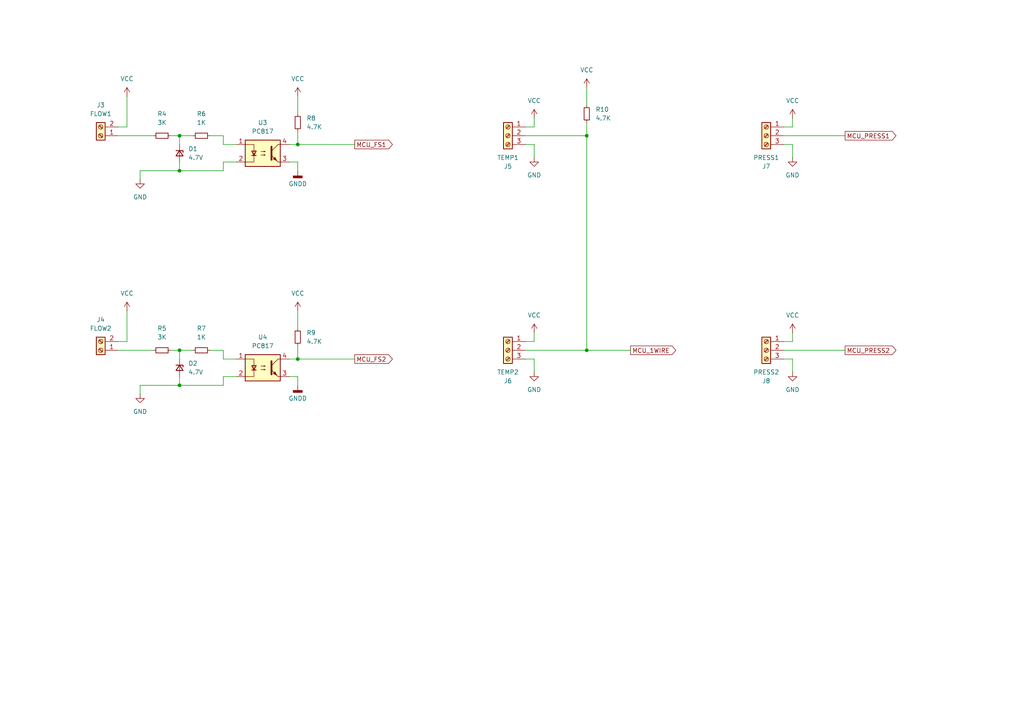
<source format=kicad_sch>
(kicad_sch
	(version 20250114)
	(generator "eeschema")
	(generator_version "9.0")
	(uuid "a725eb9c-22d8-4bf4-88cc-e40c5ef79a3f")
	(paper "A4")
	(lib_symbols
		(symbol "Connector:Screw_Terminal_01x02"
			(pin_names
				(offset 1.016)
				(hide yes)
			)
			(exclude_from_sim no)
			(in_bom yes)
			(on_board yes)
			(property "Reference" "J"
				(at 0 2.54 0)
				(effects
					(font
						(size 1.27 1.27)
					)
				)
			)
			(property "Value" "Screw_Terminal_01x02"
				(at 0 -5.08 0)
				(effects
					(font
						(size 1.27 1.27)
					)
				)
			)
			(property "Footprint" ""
				(at 0 0 0)
				(effects
					(font
						(size 1.27 1.27)
					)
					(hide yes)
				)
			)
			(property "Datasheet" "~"
				(at 0 0 0)
				(effects
					(font
						(size 1.27 1.27)
					)
					(hide yes)
				)
			)
			(property "Description" "Generic screw terminal, single row, 01x02, script generated (kicad-library-utils/schlib/autogen/connector/)"
				(at 0 0 0)
				(effects
					(font
						(size 1.27 1.27)
					)
					(hide yes)
				)
			)
			(property "ki_keywords" "screw terminal"
				(at 0 0 0)
				(effects
					(font
						(size 1.27 1.27)
					)
					(hide yes)
				)
			)
			(property "ki_fp_filters" "TerminalBlock*:*"
				(at 0 0 0)
				(effects
					(font
						(size 1.27 1.27)
					)
					(hide yes)
				)
			)
			(symbol "Screw_Terminal_01x02_1_1"
				(rectangle
					(start -1.27 1.27)
					(end 1.27 -3.81)
					(stroke
						(width 0.254)
						(type default)
					)
					(fill
						(type background)
					)
				)
				(polyline
					(pts
						(xy -0.5334 0.3302) (xy 0.3302 -0.508)
					)
					(stroke
						(width 0.1524)
						(type default)
					)
					(fill
						(type none)
					)
				)
				(polyline
					(pts
						(xy -0.5334 -2.2098) (xy 0.3302 -3.048)
					)
					(stroke
						(width 0.1524)
						(type default)
					)
					(fill
						(type none)
					)
				)
				(polyline
					(pts
						(xy -0.3556 0.508) (xy 0.508 -0.3302)
					)
					(stroke
						(width 0.1524)
						(type default)
					)
					(fill
						(type none)
					)
				)
				(polyline
					(pts
						(xy -0.3556 -2.032) (xy 0.508 -2.8702)
					)
					(stroke
						(width 0.1524)
						(type default)
					)
					(fill
						(type none)
					)
				)
				(circle
					(center 0 0)
					(radius 0.635)
					(stroke
						(width 0.1524)
						(type default)
					)
					(fill
						(type none)
					)
				)
				(circle
					(center 0 -2.54)
					(radius 0.635)
					(stroke
						(width 0.1524)
						(type default)
					)
					(fill
						(type none)
					)
				)
				(pin passive line
					(at -5.08 0 0)
					(length 3.81)
					(name "Pin_1"
						(effects
							(font
								(size 1.27 1.27)
							)
						)
					)
					(number "1"
						(effects
							(font
								(size 1.27 1.27)
							)
						)
					)
				)
				(pin passive line
					(at -5.08 -2.54 0)
					(length 3.81)
					(name "Pin_2"
						(effects
							(font
								(size 1.27 1.27)
							)
						)
					)
					(number "2"
						(effects
							(font
								(size 1.27 1.27)
							)
						)
					)
				)
			)
			(embedded_fonts no)
		)
		(symbol "Connector:Screw_Terminal_01x03"
			(pin_names
				(offset 1.016)
				(hide yes)
			)
			(exclude_from_sim no)
			(in_bom yes)
			(on_board yes)
			(property "Reference" "J"
				(at 0 5.08 0)
				(effects
					(font
						(size 1.27 1.27)
					)
				)
			)
			(property "Value" "Screw_Terminal_01x03"
				(at 0 -5.08 0)
				(effects
					(font
						(size 1.27 1.27)
					)
				)
			)
			(property "Footprint" ""
				(at 0 0 0)
				(effects
					(font
						(size 1.27 1.27)
					)
					(hide yes)
				)
			)
			(property "Datasheet" "~"
				(at 0 0 0)
				(effects
					(font
						(size 1.27 1.27)
					)
					(hide yes)
				)
			)
			(property "Description" "Generic screw terminal, single row, 01x03, script generated (kicad-library-utils/schlib/autogen/connector/)"
				(at 0 0 0)
				(effects
					(font
						(size 1.27 1.27)
					)
					(hide yes)
				)
			)
			(property "ki_keywords" "screw terminal"
				(at 0 0 0)
				(effects
					(font
						(size 1.27 1.27)
					)
					(hide yes)
				)
			)
			(property "ki_fp_filters" "TerminalBlock*:*"
				(at 0 0 0)
				(effects
					(font
						(size 1.27 1.27)
					)
					(hide yes)
				)
			)
			(symbol "Screw_Terminal_01x03_1_1"
				(rectangle
					(start -1.27 3.81)
					(end 1.27 -3.81)
					(stroke
						(width 0.254)
						(type default)
					)
					(fill
						(type background)
					)
				)
				(polyline
					(pts
						(xy -0.5334 2.8702) (xy 0.3302 2.032)
					)
					(stroke
						(width 0.1524)
						(type default)
					)
					(fill
						(type none)
					)
				)
				(polyline
					(pts
						(xy -0.5334 0.3302) (xy 0.3302 -0.508)
					)
					(stroke
						(width 0.1524)
						(type default)
					)
					(fill
						(type none)
					)
				)
				(polyline
					(pts
						(xy -0.5334 -2.2098) (xy 0.3302 -3.048)
					)
					(stroke
						(width 0.1524)
						(type default)
					)
					(fill
						(type none)
					)
				)
				(polyline
					(pts
						(xy -0.3556 3.048) (xy 0.508 2.2098)
					)
					(stroke
						(width 0.1524)
						(type default)
					)
					(fill
						(type none)
					)
				)
				(polyline
					(pts
						(xy -0.3556 0.508) (xy 0.508 -0.3302)
					)
					(stroke
						(width 0.1524)
						(type default)
					)
					(fill
						(type none)
					)
				)
				(polyline
					(pts
						(xy -0.3556 -2.032) (xy 0.508 -2.8702)
					)
					(stroke
						(width 0.1524)
						(type default)
					)
					(fill
						(type none)
					)
				)
				(circle
					(center 0 2.54)
					(radius 0.635)
					(stroke
						(width 0.1524)
						(type default)
					)
					(fill
						(type none)
					)
				)
				(circle
					(center 0 0)
					(radius 0.635)
					(stroke
						(width 0.1524)
						(type default)
					)
					(fill
						(type none)
					)
				)
				(circle
					(center 0 -2.54)
					(radius 0.635)
					(stroke
						(width 0.1524)
						(type default)
					)
					(fill
						(type none)
					)
				)
				(pin passive line
					(at -5.08 2.54 0)
					(length 3.81)
					(name "Pin_1"
						(effects
							(font
								(size 1.27 1.27)
							)
						)
					)
					(number "1"
						(effects
							(font
								(size 1.27 1.27)
							)
						)
					)
				)
				(pin passive line
					(at -5.08 0 0)
					(length 3.81)
					(name "Pin_2"
						(effects
							(font
								(size 1.27 1.27)
							)
						)
					)
					(number "2"
						(effects
							(font
								(size 1.27 1.27)
							)
						)
					)
				)
				(pin passive line
					(at -5.08 -2.54 0)
					(length 3.81)
					(name "Pin_3"
						(effects
							(font
								(size 1.27 1.27)
							)
						)
					)
					(number "3"
						(effects
							(font
								(size 1.27 1.27)
							)
						)
					)
				)
			)
			(embedded_fonts no)
		)
		(symbol "Device:D_Zener_Small"
			(pin_numbers
				(hide yes)
			)
			(pin_names
				(offset 0.254)
				(hide yes)
			)
			(exclude_from_sim no)
			(in_bom yes)
			(on_board yes)
			(property "Reference" "D"
				(at 0 2.286 0)
				(effects
					(font
						(size 1.27 1.27)
					)
				)
			)
			(property "Value" "D_Zener_Small"
				(at 0 -2.286 0)
				(effects
					(font
						(size 1.27 1.27)
					)
				)
			)
			(property "Footprint" ""
				(at 0 0 90)
				(effects
					(font
						(size 1.27 1.27)
					)
					(hide yes)
				)
			)
			(property "Datasheet" "~"
				(at 0 0 90)
				(effects
					(font
						(size 1.27 1.27)
					)
					(hide yes)
				)
			)
			(property "Description" "Zener diode, small symbol"
				(at 0 0 0)
				(effects
					(font
						(size 1.27 1.27)
					)
					(hide yes)
				)
			)
			(property "ki_keywords" "diode"
				(at 0 0 0)
				(effects
					(font
						(size 1.27 1.27)
					)
					(hide yes)
				)
			)
			(property "ki_fp_filters" "TO-???* *_Diode_* *SingleDiode* D_*"
				(at 0 0 0)
				(effects
					(font
						(size 1.27 1.27)
					)
					(hide yes)
				)
			)
			(symbol "D_Zener_Small_0_1"
				(polyline
					(pts
						(xy -0.254 1.016) (xy -0.762 1.016) (xy -0.762 -1.016)
					)
					(stroke
						(width 0.254)
						(type default)
					)
					(fill
						(type none)
					)
				)
				(polyline
					(pts
						(xy 0.762 1.016) (xy -0.762 0) (xy 0.762 -1.016) (xy 0.762 1.016)
					)
					(stroke
						(width 0.254)
						(type default)
					)
					(fill
						(type none)
					)
				)
				(polyline
					(pts
						(xy 0.762 0) (xy -0.762 0)
					)
					(stroke
						(width 0)
						(type default)
					)
					(fill
						(type none)
					)
				)
			)
			(symbol "D_Zener_Small_1_1"
				(pin passive line
					(at -2.54 0 0)
					(length 1.778)
					(name "K"
						(effects
							(font
								(size 1.27 1.27)
							)
						)
					)
					(number "1"
						(effects
							(font
								(size 1.27 1.27)
							)
						)
					)
				)
				(pin passive line
					(at 2.54 0 180)
					(length 1.778)
					(name "A"
						(effects
							(font
								(size 1.27 1.27)
							)
						)
					)
					(number "2"
						(effects
							(font
								(size 1.27 1.27)
							)
						)
					)
				)
			)
			(embedded_fonts no)
		)
		(symbol "Device:R_Small"
			(pin_numbers
				(hide yes)
			)
			(pin_names
				(offset 0.254)
				(hide yes)
			)
			(exclude_from_sim no)
			(in_bom yes)
			(on_board yes)
			(property "Reference" "R"
				(at 0 0 90)
				(effects
					(font
						(size 1.016 1.016)
					)
				)
			)
			(property "Value" "R_Small"
				(at 1.778 0 90)
				(effects
					(font
						(size 1.27 1.27)
					)
				)
			)
			(property "Footprint" ""
				(at 0 0 0)
				(effects
					(font
						(size 1.27 1.27)
					)
					(hide yes)
				)
			)
			(property "Datasheet" "~"
				(at 0 0 0)
				(effects
					(font
						(size 1.27 1.27)
					)
					(hide yes)
				)
			)
			(property "Description" "Resistor, small symbol"
				(at 0 0 0)
				(effects
					(font
						(size 1.27 1.27)
					)
					(hide yes)
				)
			)
			(property "ki_keywords" "R resistor"
				(at 0 0 0)
				(effects
					(font
						(size 1.27 1.27)
					)
					(hide yes)
				)
			)
			(property "ki_fp_filters" "R_*"
				(at 0 0 0)
				(effects
					(font
						(size 1.27 1.27)
					)
					(hide yes)
				)
			)
			(symbol "R_Small_0_1"
				(rectangle
					(start -0.762 1.778)
					(end 0.762 -1.778)
					(stroke
						(width 0.2032)
						(type default)
					)
					(fill
						(type none)
					)
				)
			)
			(symbol "R_Small_1_1"
				(pin passive line
					(at 0 2.54 270)
					(length 0.762)
					(name "~"
						(effects
							(font
								(size 1.27 1.27)
							)
						)
					)
					(number "1"
						(effects
							(font
								(size 1.27 1.27)
							)
						)
					)
				)
				(pin passive line
					(at 0 -2.54 90)
					(length 0.762)
					(name "~"
						(effects
							(font
								(size 1.27 1.27)
							)
						)
					)
					(number "2"
						(effects
							(font
								(size 1.27 1.27)
							)
						)
					)
				)
			)
			(embedded_fonts no)
		)
		(symbol "Isolator:PC817"
			(pin_names
				(offset 1.016)
			)
			(exclude_from_sim no)
			(in_bom yes)
			(on_board yes)
			(property "Reference" "U"
				(at -5.08 5.08 0)
				(effects
					(font
						(size 1.27 1.27)
					)
					(justify left)
				)
			)
			(property "Value" "PC817"
				(at 0 5.08 0)
				(effects
					(font
						(size 1.27 1.27)
					)
					(justify left)
				)
			)
			(property "Footprint" "Package_DIP:DIP-4_W7.62mm"
				(at -5.08 -5.08 0)
				(effects
					(font
						(size 1.27 1.27)
						(italic yes)
					)
					(justify left)
					(hide yes)
				)
			)
			(property "Datasheet" "http://www.soselectronic.cz/a_info/resource/d/pc817.pdf"
				(at 0 0 0)
				(effects
					(font
						(size 1.27 1.27)
					)
					(justify left)
					(hide yes)
				)
			)
			(property "Description" "DC Optocoupler, Vce 35V, CTR 50-300%, DIP-4"
				(at 0 0 0)
				(effects
					(font
						(size 1.27 1.27)
					)
					(hide yes)
				)
			)
			(property "ki_keywords" "NPN DC Optocoupler"
				(at 0 0 0)
				(effects
					(font
						(size 1.27 1.27)
					)
					(hide yes)
				)
			)
			(property "ki_fp_filters" "DIP*W7.62mm*"
				(at 0 0 0)
				(effects
					(font
						(size 1.27 1.27)
					)
					(hide yes)
				)
			)
			(symbol "PC817_0_1"
				(rectangle
					(start -5.08 3.81)
					(end 5.08 -3.81)
					(stroke
						(width 0.254)
						(type default)
					)
					(fill
						(type background)
					)
				)
				(polyline
					(pts
						(xy -5.08 2.54) (xy -2.54 2.54) (xy -2.54 -0.635)
					)
					(stroke
						(width 0)
						(type default)
					)
					(fill
						(type none)
					)
				)
				(polyline
					(pts
						(xy -3.175 -0.635) (xy -1.905 -0.635)
					)
					(stroke
						(width 0.254)
						(type default)
					)
					(fill
						(type none)
					)
				)
				(polyline
					(pts
						(xy -2.54 -0.635) (xy -2.54 -2.54) (xy -5.08 -2.54)
					)
					(stroke
						(width 0)
						(type default)
					)
					(fill
						(type none)
					)
				)
				(polyline
					(pts
						(xy -2.54 -0.635) (xy -3.175 0.635) (xy -1.905 0.635) (xy -2.54 -0.635)
					)
					(stroke
						(width 0.254)
						(type default)
					)
					(fill
						(type none)
					)
				)
				(polyline
					(pts
						(xy -0.508 0.508) (xy 0.762 0.508) (xy 0.381 0.381) (xy 0.381 0.635) (xy 0.762 0.508)
					)
					(stroke
						(width 0)
						(type default)
					)
					(fill
						(type none)
					)
				)
				(polyline
					(pts
						(xy -0.508 -0.508) (xy 0.762 -0.508) (xy 0.381 -0.635) (xy 0.381 -0.381) (xy 0.762 -0.508)
					)
					(stroke
						(width 0)
						(type default)
					)
					(fill
						(type none)
					)
				)
				(polyline
					(pts
						(xy 2.54 1.905) (xy 2.54 -1.905)
					)
					(stroke
						(width 0.508)
						(type default)
					)
					(fill
						(type none)
					)
				)
				(polyline
					(pts
						(xy 2.54 0.635) (xy 4.445 2.54)
					)
					(stroke
						(width 0)
						(type default)
					)
					(fill
						(type none)
					)
				)
				(polyline
					(pts
						(xy 3.048 -1.651) (xy 3.556 -1.143) (xy 4.064 -2.159) (xy 3.048 -1.651)
					)
					(stroke
						(width 0)
						(type default)
					)
					(fill
						(type outline)
					)
				)
				(polyline
					(pts
						(xy 4.445 2.54) (xy 5.08 2.54)
					)
					(stroke
						(width 0)
						(type default)
					)
					(fill
						(type none)
					)
				)
				(polyline
					(pts
						(xy 4.445 -2.54) (xy 2.54 -0.635)
					)
					(stroke
						(width 0)
						(type default)
					)
					(fill
						(type outline)
					)
				)
				(polyline
					(pts
						(xy 4.445 -2.54) (xy 5.08 -2.54)
					)
					(stroke
						(width 0)
						(type default)
					)
					(fill
						(type none)
					)
				)
			)
			(symbol "PC817_1_1"
				(pin passive line
					(at -7.62 2.54 0)
					(length 2.54)
					(name "~"
						(effects
							(font
								(size 1.27 1.27)
							)
						)
					)
					(number "1"
						(effects
							(font
								(size 1.27 1.27)
							)
						)
					)
				)
				(pin passive line
					(at -7.62 -2.54 0)
					(length 2.54)
					(name "~"
						(effects
							(font
								(size 1.27 1.27)
							)
						)
					)
					(number "2"
						(effects
							(font
								(size 1.27 1.27)
							)
						)
					)
				)
				(pin passive line
					(at 7.62 2.54 180)
					(length 2.54)
					(name "~"
						(effects
							(font
								(size 1.27 1.27)
							)
						)
					)
					(number "4"
						(effects
							(font
								(size 1.27 1.27)
							)
						)
					)
				)
				(pin passive line
					(at 7.62 -2.54 180)
					(length 2.54)
					(name "~"
						(effects
							(font
								(size 1.27 1.27)
							)
						)
					)
					(number "3"
						(effects
							(font
								(size 1.27 1.27)
							)
						)
					)
				)
			)
			(embedded_fonts no)
		)
		(symbol "power:GND"
			(power)
			(pin_numbers
				(hide yes)
			)
			(pin_names
				(offset 0)
				(hide yes)
			)
			(exclude_from_sim no)
			(in_bom yes)
			(on_board yes)
			(property "Reference" "#PWR"
				(at 0 -6.35 0)
				(effects
					(font
						(size 1.27 1.27)
					)
					(hide yes)
				)
			)
			(property "Value" "GND"
				(at 0 -3.81 0)
				(effects
					(font
						(size 1.27 1.27)
					)
				)
			)
			(property "Footprint" ""
				(at 0 0 0)
				(effects
					(font
						(size 1.27 1.27)
					)
					(hide yes)
				)
			)
			(property "Datasheet" ""
				(at 0 0 0)
				(effects
					(font
						(size 1.27 1.27)
					)
					(hide yes)
				)
			)
			(property "Description" "Power symbol creates a global label with name \"GND\" , ground"
				(at 0 0 0)
				(effects
					(font
						(size 1.27 1.27)
					)
					(hide yes)
				)
			)
			(property "ki_keywords" "global power"
				(at 0 0 0)
				(effects
					(font
						(size 1.27 1.27)
					)
					(hide yes)
				)
			)
			(symbol "GND_0_1"
				(polyline
					(pts
						(xy 0 0) (xy 0 -1.27) (xy 1.27 -1.27) (xy 0 -2.54) (xy -1.27 -1.27) (xy 0 -1.27)
					)
					(stroke
						(width 0)
						(type default)
					)
					(fill
						(type none)
					)
				)
			)
			(symbol "GND_1_1"
				(pin power_in line
					(at 0 0 270)
					(length 0)
					(name "~"
						(effects
							(font
								(size 1.27 1.27)
							)
						)
					)
					(number "1"
						(effects
							(font
								(size 1.27 1.27)
							)
						)
					)
				)
			)
			(embedded_fonts no)
		)
		(symbol "power:GNDD"
			(power)
			(pin_numbers
				(hide yes)
			)
			(pin_names
				(offset 0)
				(hide yes)
			)
			(exclude_from_sim no)
			(in_bom yes)
			(on_board yes)
			(property "Reference" "#PWR"
				(at 0 -6.35 0)
				(effects
					(font
						(size 1.27 1.27)
					)
					(hide yes)
				)
			)
			(property "Value" "GNDD"
				(at 0 -3.175 0)
				(effects
					(font
						(size 1.27 1.27)
					)
				)
			)
			(property "Footprint" ""
				(at 0 0 0)
				(effects
					(font
						(size 1.27 1.27)
					)
					(hide yes)
				)
			)
			(property "Datasheet" ""
				(at 0 0 0)
				(effects
					(font
						(size 1.27 1.27)
					)
					(hide yes)
				)
			)
			(property "Description" "Power symbol creates a global label with name \"GNDD\" , digital ground"
				(at 0 0 0)
				(effects
					(font
						(size 1.27 1.27)
					)
					(hide yes)
				)
			)
			(property "ki_keywords" "global power"
				(at 0 0 0)
				(effects
					(font
						(size 1.27 1.27)
					)
					(hide yes)
				)
			)
			(symbol "GNDD_0_1"
				(rectangle
					(start -1.27 -1.524)
					(end 1.27 -2.032)
					(stroke
						(width 0.254)
						(type default)
					)
					(fill
						(type outline)
					)
				)
				(polyline
					(pts
						(xy 0 0) (xy 0 -1.524)
					)
					(stroke
						(width 0)
						(type default)
					)
					(fill
						(type none)
					)
				)
			)
			(symbol "GNDD_1_1"
				(pin power_in line
					(at 0 0 270)
					(length 0)
					(name "~"
						(effects
							(font
								(size 1.27 1.27)
							)
						)
					)
					(number "1"
						(effects
							(font
								(size 1.27 1.27)
							)
						)
					)
				)
			)
			(embedded_fonts no)
		)
		(symbol "power:VCC"
			(power)
			(pin_numbers
				(hide yes)
			)
			(pin_names
				(offset 0)
				(hide yes)
			)
			(exclude_from_sim no)
			(in_bom yes)
			(on_board yes)
			(property "Reference" "#PWR"
				(at 0 -3.81 0)
				(effects
					(font
						(size 1.27 1.27)
					)
					(hide yes)
				)
			)
			(property "Value" "VCC"
				(at 0 3.556 0)
				(effects
					(font
						(size 1.27 1.27)
					)
				)
			)
			(property "Footprint" ""
				(at 0 0 0)
				(effects
					(font
						(size 1.27 1.27)
					)
					(hide yes)
				)
			)
			(property "Datasheet" ""
				(at 0 0 0)
				(effects
					(font
						(size 1.27 1.27)
					)
					(hide yes)
				)
			)
			(property "Description" "Power symbol creates a global label with name \"VCC\""
				(at 0 0 0)
				(effects
					(font
						(size 1.27 1.27)
					)
					(hide yes)
				)
			)
			(property "ki_keywords" "global power"
				(at 0 0 0)
				(effects
					(font
						(size 1.27 1.27)
					)
					(hide yes)
				)
			)
			(symbol "VCC_0_1"
				(polyline
					(pts
						(xy -0.762 1.27) (xy 0 2.54)
					)
					(stroke
						(width 0)
						(type default)
					)
					(fill
						(type none)
					)
				)
				(polyline
					(pts
						(xy 0 2.54) (xy 0.762 1.27)
					)
					(stroke
						(width 0)
						(type default)
					)
					(fill
						(type none)
					)
				)
				(polyline
					(pts
						(xy 0 0) (xy 0 2.54)
					)
					(stroke
						(width 0)
						(type default)
					)
					(fill
						(type none)
					)
				)
			)
			(symbol "VCC_1_1"
				(pin power_in line
					(at 0 0 90)
					(length 0)
					(name "~"
						(effects
							(font
								(size 1.27 1.27)
							)
						)
					)
					(number "1"
						(effects
							(font
								(size 1.27 1.27)
							)
						)
					)
				)
			)
			(embedded_fonts no)
		)
	)
	(junction
		(at 52.07 49.53)
		(diameter 0)
		(color 0 0 0 0)
		(uuid "0fd3ba84-f936-4681-a9cf-8a1108ed0e75")
	)
	(junction
		(at 52.07 39.37)
		(diameter 0)
		(color 0 0 0 0)
		(uuid "8068dfac-ffe8-408c-9061-045db5f31b87")
	)
	(junction
		(at 86.36 104.14)
		(diameter 0)
		(color 0 0 0 0)
		(uuid "884519c4-7e01-4a78-8c73-8f28291ffa79")
	)
	(junction
		(at 86.36 41.91)
		(diameter 0)
		(color 0 0 0 0)
		(uuid "8f08e954-4491-4fa0-9987-08552f9e2638")
	)
	(junction
		(at 52.07 111.76)
		(diameter 0)
		(color 0 0 0 0)
		(uuid "b72656ab-2ecf-4b34-ac5c-c0d7add94edc")
	)
	(junction
		(at 170.18 39.37)
		(diameter 0)
		(color 0 0 0 0)
		(uuid "c19580ec-8e8f-40e9-9ddd-f04a378dd633")
	)
	(junction
		(at 170.18 101.6)
		(diameter 0)
		(color 0 0 0 0)
		(uuid "c4e1898e-9d6e-4fe3-a3a1-ae85d36e6796")
	)
	(junction
		(at 52.07 101.6)
		(diameter 0)
		(color 0 0 0 0)
		(uuid "e9ce2b2e-fe44-4b5d-aef2-958ec826b5a0")
	)
	(wire
		(pts
			(xy 86.36 109.22) (xy 83.82 109.22)
		)
		(stroke
			(width 0)
			(type default)
		)
		(uuid "06832736-8273-40fe-97c7-ebd498a644ff")
	)
	(wire
		(pts
			(xy 227.33 99.06) (xy 229.87 99.06)
		)
		(stroke
			(width 0)
			(type default)
		)
		(uuid "06c511e0-bfe4-48fc-a54a-ee352308a11b")
	)
	(wire
		(pts
			(xy 229.87 34.29) (xy 229.87 36.83)
		)
		(stroke
			(width 0)
			(type default)
		)
		(uuid "0a7e4eaa-db6b-4238-9fde-9328703c7497")
	)
	(wire
		(pts
			(xy 64.77 104.14) (xy 64.77 101.6)
		)
		(stroke
			(width 0)
			(type default)
		)
		(uuid "0aefc068-5d49-4ab0-b6e0-31bb5f736a31")
	)
	(wire
		(pts
			(xy 170.18 101.6) (xy 182.88 101.6)
		)
		(stroke
			(width 0)
			(type default)
		)
		(uuid "0dd06f0f-c187-4c34-8f90-083944f6bdd7")
	)
	(wire
		(pts
			(xy 34.29 39.37) (xy 44.45 39.37)
		)
		(stroke
			(width 0)
			(type default)
		)
		(uuid "0febc821-0f8a-484a-8edc-8bc9017bb7a9")
	)
	(wire
		(pts
			(xy 52.07 41.91) (xy 52.07 39.37)
		)
		(stroke
			(width 0)
			(type default)
		)
		(uuid "1242c980-8562-4277-906b-b4ca8f778661")
	)
	(wire
		(pts
			(xy 229.87 41.91) (xy 229.87 45.72)
		)
		(stroke
			(width 0)
			(type default)
		)
		(uuid "151f22be-61d3-444b-b905-0fe6d387b827")
	)
	(wire
		(pts
			(xy 86.36 27.94) (xy 86.36 33.02)
		)
		(stroke
			(width 0)
			(type default)
		)
		(uuid "16ca5122-562b-45aa-833e-e6273b570ce4")
	)
	(wire
		(pts
			(xy 152.4 36.83) (xy 154.94 36.83)
		)
		(stroke
			(width 0)
			(type default)
		)
		(uuid "20fd419d-f71e-4e36-9e53-b2f120b71c64")
	)
	(wire
		(pts
			(xy 64.77 101.6) (xy 60.96 101.6)
		)
		(stroke
			(width 0)
			(type default)
		)
		(uuid "22b7ac54-5edb-4f55-a83c-48ff57249ae4")
	)
	(wire
		(pts
			(xy 40.64 49.53) (xy 40.64 52.07)
		)
		(stroke
			(width 0)
			(type default)
		)
		(uuid "23527339-ce83-4a97-9a3f-c48242ce4eb6")
	)
	(wire
		(pts
			(xy 154.94 41.91) (xy 154.94 45.72)
		)
		(stroke
			(width 0)
			(type default)
		)
		(uuid "27de84ff-b338-4b9e-9200-513dbbb604bf")
	)
	(wire
		(pts
			(xy 64.77 39.37) (xy 60.96 39.37)
		)
		(stroke
			(width 0)
			(type default)
		)
		(uuid "2eb00ffc-d77c-41b6-89f7-7fe5b5f149a5")
	)
	(wire
		(pts
			(xy 86.36 38.1) (xy 86.36 41.91)
		)
		(stroke
			(width 0)
			(type default)
		)
		(uuid "354ddece-9340-4e2e-a127-9b88b904c51c")
	)
	(wire
		(pts
			(xy 170.18 35.56) (xy 170.18 39.37)
		)
		(stroke
			(width 0)
			(type default)
		)
		(uuid "3a939920-ef28-497a-8b59-6a48e61ff32a")
	)
	(wire
		(pts
			(xy 64.77 41.91) (xy 64.77 39.37)
		)
		(stroke
			(width 0)
			(type default)
		)
		(uuid "3df50be4-4443-4ac4-bd65-035fff8cd3d2")
	)
	(wire
		(pts
			(xy 49.53 39.37) (xy 52.07 39.37)
		)
		(stroke
			(width 0)
			(type default)
		)
		(uuid "3e12c3a4-82d8-4b3c-83e1-7cc7f45b4293")
	)
	(wire
		(pts
			(xy 86.36 46.99) (xy 86.36 49.53)
		)
		(stroke
			(width 0)
			(type default)
		)
		(uuid "406f4482-7f20-4e3b-a0d0-4df722942904")
	)
	(wire
		(pts
			(xy 154.94 34.29) (xy 154.94 36.83)
		)
		(stroke
			(width 0)
			(type default)
		)
		(uuid "4248c105-3ad5-47f5-9124-501c02a27284")
	)
	(wire
		(pts
			(xy 52.07 39.37) (xy 55.88 39.37)
		)
		(stroke
			(width 0)
			(type default)
		)
		(uuid "42a38443-4192-4dee-bb4b-da754bf915a8")
	)
	(wire
		(pts
			(xy 86.36 90.17) (xy 86.36 95.25)
		)
		(stroke
			(width 0)
			(type default)
		)
		(uuid "43c7ccc5-7ea8-481e-82e2-41f5bfe3455c")
	)
	(wire
		(pts
			(xy 227.33 39.37) (xy 245.11 39.37)
		)
		(stroke
			(width 0)
			(type default)
		)
		(uuid "52115aa8-bfad-40b0-b4f7-bd51553f67e8")
	)
	(wire
		(pts
			(xy 36.83 27.94) (xy 36.83 36.83)
		)
		(stroke
			(width 0)
			(type default)
		)
		(uuid "54568db5-7574-4d61-a86b-2665105a17f6")
	)
	(wire
		(pts
			(xy 154.94 104.14) (xy 154.94 107.95)
		)
		(stroke
			(width 0)
			(type default)
		)
		(uuid "55fb6254-8cfa-4efc-a4a5-edbe417bc5b5")
	)
	(wire
		(pts
			(xy 86.36 100.33) (xy 86.36 104.14)
		)
		(stroke
			(width 0)
			(type default)
		)
		(uuid "5dbb84cf-11cd-4020-900a-fe0e68dedf77")
	)
	(wire
		(pts
			(xy 68.58 104.14) (xy 64.77 104.14)
		)
		(stroke
			(width 0)
			(type default)
		)
		(uuid "5e6eddbf-a761-411c-b455-da881c818e33")
	)
	(wire
		(pts
			(xy 40.64 111.76) (xy 40.64 114.3)
		)
		(stroke
			(width 0)
			(type default)
		)
		(uuid "5e97d0bc-1dfd-4e8e-86c6-7e59981946fa")
	)
	(wire
		(pts
			(xy 152.4 101.6) (xy 170.18 101.6)
		)
		(stroke
			(width 0)
			(type default)
		)
		(uuid "60ae848c-183f-41a6-a49d-1fcfea9678d8")
	)
	(wire
		(pts
			(xy 64.77 109.22) (xy 64.77 111.76)
		)
		(stroke
			(width 0)
			(type default)
		)
		(uuid "67c8e4a8-3b13-4c6c-aa18-62c783c5b8d3")
	)
	(wire
		(pts
			(xy 227.33 101.6) (xy 245.11 101.6)
		)
		(stroke
			(width 0)
			(type default)
		)
		(uuid "68401f41-0381-4ba0-996d-8aa054f0ce34")
	)
	(wire
		(pts
			(xy 86.36 104.14) (xy 102.87 104.14)
		)
		(stroke
			(width 0)
			(type default)
		)
		(uuid "6aed5169-f55b-4985-995e-be2643cbf3b8")
	)
	(wire
		(pts
			(xy 152.4 99.06) (xy 154.94 99.06)
		)
		(stroke
			(width 0)
			(type default)
		)
		(uuid "6fd44ba0-1bd3-457d-aeef-218862743a91")
	)
	(wire
		(pts
			(xy 86.36 109.22) (xy 86.36 111.76)
		)
		(stroke
			(width 0)
			(type default)
		)
		(uuid "70b5d159-9fd6-4849-8cfc-f359d24110c5")
	)
	(wire
		(pts
			(xy 68.58 46.99) (xy 64.77 46.99)
		)
		(stroke
			(width 0)
			(type default)
		)
		(uuid "73abced0-f910-4632-905a-ad89077e5d65")
	)
	(wire
		(pts
			(xy 68.58 41.91) (xy 64.77 41.91)
		)
		(stroke
			(width 0)
			(type default)
		)
		(uuid "83377e89-cd72-4a24-b8cc-86ef39c1d606")
	)
	(wire
		(pts
			(xy 40.64 49.53) (xy 52.07 49.53)
		)
		(stroke
			(width 0)
			(type default)
		)
		(uuid "8657b94d-6f83-44a4-a926-061b443c2ad0")
	)
	(wire
		(pts
			(xy 40.64 111.76) (xy 52.07 111.76)
		)
		(stroke
			(width 0)
			(type default)
		)
		(uuid "887c5ab1-0f7c-49e2-84f9-1de1f5aa26d1")
	)
	(wire
		(pts
			(xy 227.33 36.83) (xy 229.87 36.83)
		)
		(stroke
			(width 0)
			(type default)
		)
		(uuid "8bc4cea7-73fb-46ac-afe0-5a817c272cde")
	)
	(wire
		(pts
			(xy 227.33 41.91) (xy 229.87 41.91)
		)
		(stroke
			(width 0)
			(type default)
		)
		(uuid "8d24eed1-7962-4055-b5ec-b0b1949c8bd0")
	)
	(wire
		(pts
			(xy 34.29 36.83) (xy 36.83 36.83)
		)
		(stroke
			(width 0)
			(type default)
		)
		(uuid "8ffd7737-4c18-4080-8b06-b37b56bce715")
	)
	(wire
		(pts
			(xy 64.77 46.99) (xy 64.77 49.53)
		)
		(stroke
			(width 0)
			(type default)
		)
		(uuid "9271f4b5-6d85-4060-93a0-6a54ffb7f121")
	)
	(wire
		(pts
			(xy 170.18 39.37) (xy 170.18 101.6)
		)
		(stroke
			(width 0)
			(type default)
		)
		(uuid "92f6d955-4b66-4058-8d43-83ff30fe0274")
	)
	(wire
		(pts
			(xy 152.4 104.14) (xy 154.94 104.14)
		)
		(stroke
			(width 0)
			(type default)
		)
		(uuid "947701d8-21bd-4a6f-aa7a-55c27616900d")
	)
	(wire
		(pts
			(xy 86.36 46.99) (xy 83.82 46.99)
		)
		(stroke
			(width 0)
			(type default)
		)
		(uuid "99a43a49-4680-474b-97ac-8856ddd698ab")
	)
	(wire
		(pts
			(xy 52.07 46.99) (xy 52.07 49.53)
		)
		(stroke
			(width 0)
			(type default)
		)
		(uuid "a32866e3-2c1d-4e0a-8eef-3d9c699ad5f1")
	)
	(wire
		(pts
			(xy 34.29 101.6) (xy 44.45 101.6)
		)
		(stroke
			(width 0)
			(type default)
		)
		(uuid "a48e3066-76c3-454c-a496-2ce75bbbdd45")
	)
	(wire
		(pts
			(xy 154.94 96.52) (xy 154.94 99.06)
		)
		(stroke
			(width 0)
			(type default)
		)
		(uuid "b6243488-2d21-4de9-8037-16285ce1b2c5")
	)
	(wire
		(pts
			(xy 52.07 111.76) (xy 64.77 111.76)
		)
		(stroke
			(width 0)
			(type default)
		)
		(uuid "b940d6b7-36f0-4446-834b-2e90da3fffef")
	)
	(wire
		(pts
			(xy 52.07 101.6) (xy 55.88 101.6)
		)
		(stroke
			(width 0)
			(type default)
		)
		(uuid "b97dca8e-9d8e-469e-96b7-12872cdfba32")
	)
	(wire
		(pts
			(xy 68.58 109.22) (xy 64.77 109.22)
		)
		(stroke
			(width 0)
			(type default)
		)
		(uuid "bd7fb2e3-5d3a-4f77-aad3-8d53cc214473")
	)
	(wire
		(pts
			(xy 34.29 99.06) (xy 36.83 99.06)
		)
		(stroke
			(width 0)
			(type default)
		)
		(uuid "bf3e57c6-30df-4543-b8a4-3f00fbc7e297")
	)
	(wire
		(pts
			(xy 229.87 104.14) (xy 229.87 107.95)
		)
		(stroke
			(width 0)
			(type default)
		)
		(uuid "c799ff49-6bca-40c9-9161-50f71d517d76")
	)
	(wire
		(pts
			(xy 52.07 49.53) (xy 64.77 49.53)
		)
		(stroke
			(width 0)
			(type default)
		)
		(uuid "d26a1cbc-bfb2-4664-9d33-51ba193cbbaa")
	)
	(wire
		(pts
			(xy 227.33 104.14) (xy 229.87 104.14)
		)
		(stroke
			(width 0)
			(type default)
		)
		(uuid "d347df2f-adc3-481a-b45f-c33bf8e89d22")
	)
	(wire
		(pts
			(xy 83.82 41.91) (xy 86.36 41.91)
		)
		(stroke
			(width 0)
			(type default)
		)
		(uuid "dc8c0d81-ddae-48ba-93f8-fba33bb61703")
	)
	(wire
		(pts
			(xy 86.36 41.91) (xy 102.87 41.91)
		)
		(stroke
			(width 0)
			(type default)
		)
		(uuid "dd30d52c-b71a-424d-8950-ebdc26c28cd5")
	)
	(wire
		(pts
			(xy 49.53 101.6) (xy 52.07 101.6)
		)
		(stroke
			(width 0)
			(type default)
		)
		(uuid "de0ed9e7-c3b3-4feb-b894-e2ad2e84d19b")
	)
	(wire
		(pts
			(xy 52.07 104.14) (xy 52.07 101.6)
		)
		(stroke
			(width 0)
			(type default)
		)
		(uuid "de5d3389-fc69-4428-ac33-044866f4b539")
	)
	(wire
		(pts
			(xy 229.87 96.52) (xy 229.87 99.06)
		)
		(stroke
			(width 0)
			(type default)
		)
		(uuid "df4ef307-8240-4aa4-bf95-8b35a724c5a1")
	)
	(wire
		(pts
			(xy 83.82 104.14) (xy 86.36 104.14)
		)
		(stroke
			(width 0)
			(type default)
		)
		(uuid "e7c32648-4cbd-4bfa-854b-700a3ebc4d80")
	)
	(wire
		(pts
			(xy 152.4 41.91) (xy 154.94 41.91)
		)
		(stroke
			(width 0)
			(type default)
		)
		(uuid "e8646c09-0286-4702-b21a-4f005ac2fe17")
	)
	(wire
		(pts
			(xy 52.07 109.22) (xy 52.07 111.76)
		)
		(stroke
			(width 0)
			(type default)
		)
		(uuid "f1d40f8d-9b5f-4624-9560-b3c7810d1513")
	)
	(wire
		(pts
			(xy 152.4 39.37) (xy 170.18 39.37)
		)
		(stroke
			(width 0)
			(type default)
		)
		(uuid "f51980c4-18df-4a68-bd68-3e4e579e7891")
	)
	(wire
		(pts
			(xy 170.18 25.4) (xy 170.18 30.48)
		)
		(stroke
			(width 0)
			(type default)
		)
		(uuid "f63fa9be-a355-4e40-a873-5ba95958f702")
	)
	(wire
		(pts
			(xy 36.83 90.17) (xy 36.83 99.06)
		)
		(stroke
			(width 0)
			(type default)
		)
		(uuid "fad30c41-2553-4602-8942-e6f10f6ea685")
	)
	(global_label "MCU_PRESS2"
		(shape output)
		(at 245.11 101.6 0)
		(fields_autoplaced yes)
		(effects
			(font
				(size 1.27 1.27)
			)
			(justify left)
		)
		(uuid "03af65b9-23e4-4289-816e-35fe15db061d")
		(property "Intersheetrefs" "${INTERSHEET_REFS}"
			(at 260.4322 101.6 0)
			(effects
				(font
					(size 1.27 1.27)
				)
				(justify left)
				(hide yes)
			)
		)
	)
	(global_label "MCU_FS1"
		(shape output)
		(at 102.87 41.91 0)
		(fields_autoplaced yes)
		(effects
			(font
				(size 1.27 1.27)
			)
			(justify left)
		)
		(uuid "182e2355-dfde-4cae-bf9d-a63c66087062")
		(property "Intersheetrefs" "${INTERSHEET_REFS}"
			(at 113.8102 41.8306 0)
			(effects
				(font
					(size 1.27 1.27)
				)
				(justify left)
				(hide yes)
			)
		)
	)
	(global_label "MCU_FS2"
		(shape output)
		(at 102.87 104.14 0)
		(fields_autoplaced yes)
		(effects
			(font
				(size 1.27 1.27)
			)
			(justify left)
		)
		(uuid "5ba27a3b-a0f2-45de-b367-a1e58bcf5d55")
		(property "Intersheetrefs" "${INTERSHEET_REFS}"
			(at 113.8102 104.0606 0)
			(effects
				(font
					(size 1.27 1.27)
				)
				(justify left)
				(hide yes)
			)
		)
	)
	(global_label "MCU_1WIRE"
		(shape output)
		(at 182.88 101.6 0)
		(fields_autoplaced yes)
		(effects
			(font
				(size 1.27 1.27)
			)
			(justify left)
		)
		(uuid "abbcb7df-96d9-4f6c-9b16-9fd15f3e7cb8")
		(property "Intersheetrefs" "${INTERSHEET_REFS}"
			(at 196.5694 101.6 0)
			(effects
				(font
					(size 1.27 1.27)
				)
				(justify left)
				(hide yes)
			)
		)
	)
	(global_label "MCU_PRESS1"
		(shape output)
		(at 245.11 39.37 0)
		(fields_autoplaced yes)
		(effects
			(font
				(size 1.27 1.27)
			)
			(justify left)
		)
		(uuid "c251e044-46a3-4a0d-bc2e-7496b6be77ec")
		(property "Intersheetrefs" "${INTERSHEET_REFS}"
			(at 260.4322 39.37 0)
			(effects
				(font
					(size 1.27 1.27)
				)
				(justify left)
				(hide yes)
			)
		)
	)
	(symbol
		(lib_id "Device:R_Small")
		(at 170.18 33.02 0)
		(unit 1)
		(exclude_from_sim no)
		(in_bom yes)
		(on_board yes)
		(dnp no)
		(fields_autoplaced yes)
		(uuid "007f456c-619b-4a87-a3d9-cd34eebb2945")
		(property "Reference" "R10"
			(at 172.72 31.7499 0)
			(effects
				(font
					(size 1.27 1.27)
				)
				(justify left)
			)
		)
		(property "Value" "4.7K"
			(at 172.72 34.2899 0)
			(effects
				(font
					(size 1.27 1.27)
				)
				(justify left)
			)
		)
		(property "Footprint" "Resistor_SMD:R_0805_2012Metric"
			(at 170.18 33.02 0)
			(effects
				(font
					(size 1.27 1.27)
				)
				(hide yes)
			)
		)
		(property "Datasheet" "~"
			(at 170.18 33.02 0)
			(effects
				(font
					(size 1.27 1.27)
				)
				(hide yes)
			)
		)
		(property "Description" "Resistor, small symbol"
			(at 170.18 33.02 0)
			(effects
				(font
					(size 1.27 1.27)
				)
				(hide yes)
			)
		)
		(pin "1"
			(uuid "16279a8a-690f-4702-b0ec-6b9923729b9f")
		)
		(pin "2"
			(uuid "6302b46b-e867-4eb9-8b56-0c27d50e648a")
		)
		(instances
			(project "plumbing_controller_sensor"
				(path "/e5ee0ce4-00c4-45c9-ae34-1a99e250623d/3a51eec6-604c-4b47-8281-999442ed17ee"
					(reference "R10")
					(unit 1)
				)
			)
		)
	)
	(symbol
		(lib_id "power:VCC")
		(at 36.83 27.94 0)
		(unit 1)
		(exclude_from_sim no)
		(in_bom yes)
		(on_board yes)
		(dnp no)
		(fields_autoplaced yes)
		(uuid "07476025-1383-46f7-b1b8-80bd470b3e4c")
		(property "Reference" "#PWR27"
			(at 36.83 31.75 0)
			(effects
				(font
					(size 1.27 1.27)
				)
				(hide yes)
			)
		)
		(property "Value" "VCC"
			(at 36.83 22.86 0)
			(effects
				(font
					(size 1.27 1.27)
				)
			)
		)
		(property "Footprint" ""
			(at 36.83 27.94 0)
			(effects
				(font
					(size 1.27 1.27)
				)
				(hide yes)
			)
		)
		(property "Datasheet" ""
			(at 36.83 27.94 0)
			(effects
				(font
					(size 1.27 1.27)
				)
				(hide yes)
			)
		)
		(property "Description" "Power symbol creates a global label with name \"VCC\""
			(at 36.83 27.94 0)
			(effects
				(font
					(size 1.27 1.27)
				)
				(hide yes)
			)
		)
		(pin "1"
			(uuid "9ce08fc3-2876-4efe-aa50-7aa7fc7e52f4")
		)
		(instances
			(project "plumbing_controller_sensor"
				(path "/e5ee0ce4-00c4-45c9-ae34-1a99e250623d/3a51eec6-604c-4b47-8281-999442ed17ee"
					(reference "#PWR27")
					(unit 1)
				)
			)
		)
	)
	(symbol
		(lib_id "power:GND")
		(at 229.87 107.95 0)
		(unit 1)
		(exclude_from_sim no)
		(in_bom yes)
		(on_board yes)
		(dnp no)
		(fields_autoplaced yes)
		(uuid "0ce9b6f2-8d6c-4f49-8ae5-e9f4cb41b62b")
		(property "Reference" "#PWR042"
			(at 229.87 114.3 0)
			(effects
				(font
					(size 1.27 1.27)
				)
				(hide yes)
			)
		)
		(property "Value" "GND"
			(at 229.87 113.03 0)
			(effects
				(font
					(size 1.27 1.27)
				)
			)
		)
		(property "Footprint" ""
			(at 229.87 107.95 0)
			(effects
				(font
					(size 1.27 1.27)
				)
				(hide yes)
			)
		)
		(property "Datasheet" ""
			(at 229.87 107.95 0)
			(effects
				(font
					(size 1.27 1.27)
				)
				(hide yes)
			)
		)
		(property "Description" "Power symbol creates a global label with name \"GND\" , ground"
			(at 229.87 107.95 0)
			(effects
				(font
					(size 1.27 1.27)
				)
				(hide yes)
			)
		)
		(pin "1"
			(uuid "286ad858-ebfd-4d19-be1b-e76c5e3be7b8")
		)
		(instances
			(project "plumbing_controller_sensor"
				(path "/e5ee0ce4-00c4-45c9-ae34-1a99e250623d/3a51eec6-604c-4b47-8281-999442ed17ee"
					(reference "#PWR042")
					(unit 1)
				)
			)
		)
	)
	(symbol
		(lib_id "Isolator:PC817")
		(at 76.2 44.45 0)
		(unit 1)
		(exclude_from_sim no)
		(in_bom yes)
		(on_board yes)
		(dnp no)
		(fields_autoplaced yes)
		(uuid "0ef1dd54-96ff-42e0-9dbc-64ee365f85b2")
		(property "Reference" "U3"
			(at 76.2 35.56 0)
			(effects
				(font
					(size 1.27 1.27)
				)
			)
		)
		(property "Value" "PC817"
			(at 76.2 38.1 0)
			(effects
				(font
					(size 1.27 1.27)
				)
			)
		)
		(property "Footprint" "Package_DIP:DIP-4_W7.62mm"
			(at 71.12 49.53 0)
			(effects
				(font
					(size 1.27 1.27)
					(italic yes)
				)
				(justify left)
				(hide yes)
			)
		)
		(property "Datasheet" "http://www.soselectronic.cz/a_info/resource/d/pc817.pdf"
			(at 76.2 44.45 0)
			(effects
				(font
					(size 1.27 1.27)
				)
				(justify left)
				(hide yes)
			)
		)
		(property "Description" "DC Optocoupler, Vce 35V, CTR 50-300%, DIP-4"
			(at 76.2 44.45 0)
			(effects
				(font
					(size 1.27 1.27)
				)
				(hide yes)
			)
		)
		(pin "1"
			(uuid "49ef12f0-1710-4791-bfae-495b2003f25f")
		)
		(pin "2"
			(uuid "eebead3f-7cc4-4170-87a7-b3c44888868f")
		)
		(pin "3"
			(uuid "00302d24-4785-4013-81e6-1a67647c754c")
		)
		(pin "4"
			(uuid "eb6336ee-00e4-410a-8718-3a0ae63c26db")
		)
		(instances
			(project "plumbing_controller_sensor"
				(path "/e5ee0ce4-00c4-45c9-ae34-1a99e250623d/3a51eec6-604c-4b47-8281-999442ed17ee"
					(reference "U3")
					(unit 1)
				)
			)
		)
	)
	(symbol
		(lib_id "power:VCC")
		(at 229.87 96.52 0)
		(unit 1)
		(exclude_from_sim no)
		(in_bom yes)
		(on_board yes)
		(dnp no)
		(fields_autoplaced yes)
		(uuid "12071040-8609-4c57-9b56-caea80fc1673")
		(property "Reference" "#PWR41"
			(at 229.87 100.33 0)
			(effects
				(font
					(size 1.27 1.27)
				)
				(hide yes)
			)
		)
		(property "Value" "VCC"
			(at 229.87 91.44 0)
			(effects
				(font
					(size 1.27 1.27)
				)
			)
		)
		(property "Footprint" ""
			(at 229.87 96.52 0)
			(effects
				(font
					(size 1.27 1.27)
				)
				(hide yes)
			)
		)
		(property "Datasheet" ""
			(at 229.87 96.52 0)
			(effects
				(font
					(size 1.27 1.27)
				)
				(hide yes)
			)
		)
		(property "Description" "Power symbol creates a global label with name \"VCC\""
			(at 229.87 96.52 0)
			(effects
				(font
					(size 1.27 1.27)
				)
				(hide yes)
			)
		)
		(pin "1"
			(uuid "f0277291-af85-4f3f-a016-dd6abb8820df")
		)
		(instances
			(project "plumbing_controller_sensor"
				(path "/e5ee0ce4-00c4-45c9-ae34-1a99e250623d/3a51eec6-604c-4b47-8281-999442ed17ee"
					(reference "#PWR41")
					(unit 1)
				)
			)
		)
	)
	(symbol
		(lib_id "power:GND")
		(at 229.87 45.72 0)
		(unit 1)
		(exclude_from_sim no)
		(in_bom yes)
		(on_board yes)
		(dnp no)
		(fields_autoplaced yes)
		(uuid "130a720c-9890-4844-828d-bba3ba6e4c51")
		(property "Reference" "#PWR040"
			(at 229.87 52.07 0)
			(effects
				(font
					(size 1.27 1.27)
				)
				(hide yes)
			)
		)
		(property "Value" "GND"
			(at 229.87 50.8 0)
			(effects
				(font
					(size 1.27 1.27)
				)
			)
		)
		(property "Footprint" ""
			(at 229.87 45.72 0)
			(effects
				(font
					(size 1.27 1.27)
				)
				(hide yes)
			)
		)
		(property "Datasheet" ""
			(at 229.87 45.72 0)
			(effects
				(font
					(size 1.27 1.27)
				)
				(hide yes)
			)
		)
		(property "Description" "Power symbol creates a global label with name \"GND\" , ground"
			(at 229.87 45.72 0)
			(effects
				(font
					(size 1.27 1.27)
				)
				(hide yes)
			)
		)
		(pin "1"
			(uuid "c1f746bc-a13b-469e-9885-dcd54883bdd1")
		)
		(instances
			(project "plumbing_controller_sensor"
				(path "/e5ee0ce4-00c4-45c9-ae34-1a99e250623d/3a51eec6-604c-4b47-8281-999442ed17ee"
					(reference "#PWR040")
					(unit 1)
				)
			)
		)
	)
	(symbol
		(lib_id "Connector:Screw_Terminal_01x03")
		(at 222.25 39.37 0)
		(mirror y)
		(unit 1)
		(exclude_from_sim no)
		(in_bom yes)
		(on_board yes)
		(dnp no)
		(uuid "18308f48-ea7e-4cb1-99f9-a19c19e53f95")
		(property "Reference" "J7"
			(at 222.25 48.26 0)
			(effects
				(font
					(size 1.27 1.27)
				)
			)
		)
		(property "Value" "PRESS1"
			(at 222.25 45.72 0)
			(effects
				(font
					(size 1.27 1.27)
				)
			)
		)
		(property "Footprint" "plumbing_controller:Connector_KF2EDG_3"
			(at 222.25 39.37 0)
			(effects
				(font
					(size 1.27 1.27)
				)
				(hide yes)
			)
		)
		(property "Datasheet" "~"
			(at 222.25 39.37 0)
			(effects
				(font
					(size 1.27 1.27)
				)
				(hide yes)
			)
		)
		(property "Description" "Generic screw terminal, single row, 01x03, script generated (kicad-library-utils/schlib/autogen/connector/)"
			(at 222.25 39.37 0)
			(effects
				(font
					(size 1.27 1.27)
				)
				(hide yes)
			)
		)
		(pin "1"
			(uuid "a352c9b0-3467-4123-a68c-d05464b80728")
		)
		(pin "2"
			(uuid "65029a5d-6935-433e-ad14-8dffcb98f8f9")
		)
		(pin "3"
			(uuid "c6f8ed1e-d091-4d67-8256-b99e8eb57f72")
		)
		(instances
			(project "plumbing_controller_sensor"
				(path "/e5ee0ce4-00c4-45c9-ae34-1a99e250623d/3a51eec6-604c-4b47-8281-999442ed17ee"
					(reference "J7")
					(unit 1)
				)
			)
		)
	)
	(symbol
		(lib_id "Isolator:PC817")
		(at 76.2 106.68 0)
		(unit 1)
		(exclude_from_sim no)
		(in_bom yes)
		(on_board yes)
		(dnp no)
		(fields_autoplaced yes)
		(uuid "18db35dd-ef29-4033-8660-c9a5c3dfe0de")
		(property "Reference" "U4"
			(at 76.2 97.79 0)
			(effects
				(font
					(size 1.27 1.27)
				)
			)
		)
		(property "Value" "PC817"
			(at 76.2 100.33 0)
			(effects
				(font
					(size 1.27 1.27)
				)
			)
		)
		(property "Footprint" "Package_DIP:DIP-4_W7.62mm"
			(at 71.12 111.76 0)
			(effects
				(font
					(size 1.27 1.27)
					(italic yes)
				)
				(justify left)
				(hide yes)
			)
		)
		(property "Datasheet" "http://www.soselectronic.cz/a_info/resource/d/pc817.pdf"
			(at 76.2 106.68 0)
			(effects
				(font
					(size 1.27 1.27)
				)
				(justify left)
				(hide yes)
			)
		)
		(property "Description" "DC Optocoupler, Vce 35V, CTR 50-300%, DIP-4"
			(at 76.2 106.68 0)
			(effects
				(font
					(size 1.27 1.27)
				)
				(hide yes)
			)
		)
		(pin "1"
			(uuid "ee955468-f71e-466d-a624-be60d7a503ae")
		)
		(pin "2"
			(uuid "7b51047b-8e1e-4331-955f-d382dad3495a")
		)
		(pin "3"
			(uuid "2ea96bbf-ab25-4199-aa29-c54a94aeea2e")
		)
		(pin "4"
			(uuid "d2018e0a-6cba-47b3-8e42-c8798bfca659")
		)
		(instances
			(project "plumbing_controller_sensor"
				(path "/e5ee0ce4-00c4-45c9-ae34-1a99e250623d/3a51eec6-604c-4b47-8281-999442ed17ee"
					(reference "U4")
					(unit 1)
				)
			)
		)
	)
	(symbol
		(lib_id "power:VCC")
		(at 154.94 96.52 0)
		(unit 1)
		(exclude_from_sim no)
		(in_bom yes)
		(on_board yes)
		(dnp no)
		(fields_autoplaced yes)
		(uuid "198ba56b-c870-4602-8804-d054ac4d13c2")
		(property "Reference" "#PWR37"
			(at 154.94 100.33 0)
			(effects
				(font
					(size 1.27 1.27)
				)
				(hide yes)
			)
		)
		(property "Value" "VCC"
			(at 154.94 91.44 0)
			(effects
				(font
					(size 1.27 1.27)
				)
			)
		)
		(property "Footprint" ""
			(at 154.94 96.52 0)
			(effects
				(font
					(size 1.27 1.27)
				)
				(hide yes)
			)
		)
		(property "Datasheet" ""
			(at 154.94 96.52 0)
			(effects
				(font
					(size 1.27 1.27)
				)
				(hide yes)
			)
		)
		(property "Description" "Power symbol creates a global label with name \"VCC\""
			(at 154.94 96.52 0)
			(effects
				(font
					(size 1.27 1.27)
				)
				(hide yes)
			)
		)
		(pin "1"
			(uuid "e9b89569-2181-4841-af29-8ccdfafce198")
		)
		(instances
			(project "plumbing_controller_sensor"
				(path "/e5ee0ce4-00c4-45c9-ae34-1a99e250623d/3a51eec6-604c-4b47-8281-999442ed17ee"
					(reference "#PWR37")
					(unit 1)
				)
			)
		)
	)
	(symbol
		(lib_id "power:GND")
		(at 40.64 114.3 0)
		(unit 1)
		(exclude_from_sim no)
		(in_bom yes)
		(on_board yes)
		(dnp no)
		(fields_autoplaced yes)
		(uuid "26d847d9-dac0-4e28-a7a1-b82483e5ee6c")
		(property "Reference" "#PWR030"
			(at 40.64 120.65 0)
			(effects
				(font
					(size 1.27 1.27)
				)
				(hide yes)
			)
		)
		(property "Value" "GND"
			(at 40.64 119.38 0)
			(effects
				(font
					(size 1.27 1.27)
				)
			)
		)
		(property "Footprint" ""
			(at 40.64 114.3 0)
			(effects
				(font
					(size 1.27 1.27)
				)
				(hide yes)
			)
		)
		(property "Datasheet" ""
			(at 40.64 114.3 0)
			(effects
				(font
					(size 1.27 1.27)
				)
				(hide yes)
			)
		)
		(property "Description" "Power symbol creates a global label with name \"GND\" , ground"
			(at 40.64 114.3 0)
			(effects
				(font
					(size 1.27 1.27)
				)
				(hide yes)
			)
		)
		(pin "1"
			(uuid "d13aa399-fdd0-4910-84e6-1e3d50418141")
		)
		(instances
			(project "plumbing_controller_sensor"
				(path "/e5ee0ce4-00c4-45c9-ae34-1a99e250623d/3a51eec6-604c-4b47-8281-999442ed17ee"
					(reference "#PWR030")
					(unit 1)
				)
			)
		)
	)
	(symbol
		(lib_id "power:GND")
		(at 154.94 107.95 0)
		(unit 1)
		(exclude_from_sim no)
		(in_bom yes)
		(on_board yes)
		(dnp no)
		(fields_autoplaced yes)
		(uuid "2936652f-fce4-4ded-8f37-996842b0fb96")
		(property "Reference" "#PWR038"
			(at 154.94 114.3 0)
			(effects
				(font
					(size 1.27 1.27)
				)
				(hide yes)
			)
		)
		(property "Value" "GND"
			(at 154.94 113.03 0)
			(effects
				(font
					(size 1.27 1.27)
				)
			)
		)
		(property "Footprint" ""
			(at 154.94 107.95 0)
			(effects
				(font
					(size 1.27 1.27)
				)
				(hide yes)
			)
		)
		(property "Datasheet" ""
			(at 154.94 107.95 0)
			(effects
				(font
					(size 1.27 1.27)
				)
				(hide yes)
			)
		)
		(property "Description" "Power symbol creates a global label with name \"GND\" , ground"
			(at 154.94 107.95 0)
			(effects
				(font
					(size 1.27 1.27)
				)
				(hide yes)
			)
		)
		(pin "1"
			(uuid "b66a83ee-13f1-4709-972f-68faf0a303c8")
		)
		(instances
			(project "plumbing_controller_sensor"
				(path "/e5ee0ce4-00c4-45c9-ae34-1a99e250623d/3a51eec6-604c-4b47-8281-999442ed17ee"
					(reference "#PWR038")
					(unit 1)
				)
			)
		)
	)
	(symbol
		(lib_id "Device:D_Zener_Small")
		(at 52.07 44.45 270)
		(unit 1)
		(exclude_from_sim no)
		(in_bom yes)
		(on_board yes)
		(dnp no)
		(fields_autoplaced yes)
		(uuid "2c9c42cd-a132-4ed4-903a-aa85841bb43d")
		(property "Reference" "D1"
			(at 54.61 43.1799 90)
			(effects
				(font
					(size 1.27 1.27)
				)
				(justify left)
			)
		)
		(property "Value" "4.7V"
			(at 54.61 45.7199 90)
			(effects
				(font
					(size 1.27 1.27)
				)
				(justify left)
			)
		)
		(property "Footprint" "Diode_SMD:D_MiniMELF"
			(at 52.07 44.45 90)
			(effects
				(font
					(size 1.27 1.27)
				)
				(hide yes)
			)
		)
		(property "Datasheet" "~"
			(at 52.07 44.45 90)
			(effects
				(font
					(size 1.27 1.27)
				)
				(hide yes)
			)
		)
		(property "Description" ""
			(at 52.07 44.45 0)
			(effects
				(font
					(size 1.27 1.27)
				)
			)
		)
		(pin "1"
			(uuid "ba456e04-0e68-4488-a5e4-883d8a514dca")
		)
		(pin "2"
			(uuid "f993ed00-d620-4392-8ae2-291f59ef9b70")
		)
		(instances
			(project "plumbing_controller_sensor"
				(path "/e5ee0ce4-00c4-45c9-ae34-1a99e250623d/3a51eec6-604c-4b47-8281-999442ed17ee"
					(reference "D1")
					(unit 1)
				)
			)
		)
	)
	(symbol
		(lib_id "Connector:Screw_Terminal_01x03")
		(at 222.25 101.6 0)
		(mirror y)
		(unit 1)
		(exclude_from_sim no)
		(in_bom yes)
		(on_board yes)
		(dnp no)
		(uuid "34014ff8-6194-4a0e-8230-6327216fdaa6")
		(property "Reference" "J8"
			(at 222.25 110.49 0)
			(effects
				(font
					(size 1.27 1.27)
				)
			)
		)
		(property "Value" "PRESS2"
			(at 222.25 107.95 0)
			(effects
				(font
					(size 1.27 1.27)
				)
			)
		)
		(property "Footprint" "plumbing_controller:Connector_KF2EDG_3"
			(at 222.25 101.6 0)
			(effects
				(font
					(size 1.27 1.27)
				)
				(hide yes)
			)
		)
		(property "Datasheet" "~"
			(at 222.25 101.6 0)
			(effects
				(font
					(size 1.27 1.27)
				)
				(hide yes)
			)
		)
		(property "Description" "Generic screw terminal, single row, 01x03, script generated (kicad-library-utils/schlib/autogen/connector/)"
			(at 222.25 101.6 0)
			(effects
				(font
					(size 1.27 1.27)
				)
				(hide yes)
			)
		)
		(pin "1"
			(uuid "33c8eb2a-d850-4409-8caa-b40c5ee200c8")
		)
		(pin "2"
			(uuid "f21f4e5c-b9ba-4e27-9fd1-e3e18437b2bd")
		)
		(pin "3"
			(uuid "507c92c0-a74b-4427-a348-fc972e522a52")
		)
		(instances
			(project "plumbing_controller_sensor"
				(path "/e5ee0ce4-00c4-45c9-ae34-1a99e250623d/3a51eec6-604c-4b47-8281-999442ed17ee"
					(reference "J8")
					(unit 1)
				)
			)
		)
	)
	(symbol
		(lib_id "power:VCC")
		(at 86.36 90.17 0)
		(unit 1)
		(exclude_from_sim no)
		(in_bom yes)
		(on_board yes)
		(dnp no)
		(fields_autoplaced yes)
		(uuid "37997717-f44a-4752-ae44-a1f9eed09af9")
		(property "Reference" "#PWR33"
			(at 86.36 93.98 0)
			(effects
				(font
					(size 1.27 1.27)
				)
				(hide yes)
			)
		)
		(property "Value" "VCC"
			(at 86.36 85.09 0)
			(effects
				(font
					(size 1.27 1.27)
				)
			)
		)
		(property "Footprint" ""
			(at 86.36 90.17 0)
			(effects
				(font
					(size 1.27 1.27)
				)
				(hide yes)
			)
		)
		(property "Datasheet" ""
			(at 86.36 90.17 0)
			(effects
				(font
					(size 1.27 1.27)
				)
				(hide yes)
			)
		)
		(property "Description" "Power symbol creates a global label with name \"VCC\""
			(at 86.36 90.17 0)
			(effects
				(font
					(size 1.27 1.27)
				)
				(hide yes)
			)
		)
		(pin "1"
			(uuid "44d43219-ec47-4af8-abac-51b7dd089321")
		)
		(instances
			(project "plumbing_controller_sensor"
				(path "/e5ee0ce4-00c4-45c9-ae34-1a99e250623d/3a51eec6-604c-4b47-8281-999442ed17ee"
					(reference "#PWR33")
					(unit 1)
				)
			)
		)
	)
	(symbol
		(lib_id "power:VCC")
		(at 229.87 34.29 0)
		(unit 1)
		(exclude_from_sim no)
		(in_bom yes)
		(on_board yes)
		(dnp no)
		(fields_autoplaced yes)
		(uuid "5c46e989-d82f-4ce1-a578-2b56c55c8503")
		(property "Reference" "#PWR39"
			(at 229.87 38.1 0)
			(effects
				(font
					(size 1.27 1.27)
				)
				(hide yes)
			)
		)
		(property "Value" "VCC"
			(at 229.87 29.21 0)
			(effects
				(font
					(size 1.27 1.27)
				)
			)
		)
		(property "Footprint" ""
			(at 229.87 34.29 0)
			(effects
				(font
					(size 1.27 1.27)
				)
				(hide yes)
			)
		)
		(property "Datasheet" ""
			(at 229.87 34.29 0)
			(effects
				(font
					(size 1.27 1.27)
				)
				(hide yes)
			)
		)
		(property "Description" "Power symbol creates a global label with name \"VCC\""
			(at 229.87 34.29 0)
			(effects
				(font
					(size 1.27 1.27)
				)
				(hide yes)
			)
		)
		(pin "1"
			(uuid "fe6d2221-1e9f-4931-9581-690bd85fa576")
		)
		(instances
			(project "plumbing_controller_sensor"
				(path "/e5ee0ce4-00c4-45c9-ae34-1a99e250623d/3a51eec6-604c-4b47-8281-999442ed17ee"
					(reference "#PWR39")
					(unit 1)
				)
			)
		)
	)
	(symbol
		(lib_id "power:VCC")
		(at 86.36 27.94 0)
		(unit 1)
		(exclude_from_sim no)
		(in_bom yes)
		(on_board yes)
		(dnp no)
		(fields_autoplaced yes)
		(uuid "5db14e5e-1111-4b73-bb6f-07f6882bcb4c")
		(property "Reference" "#PWR31"
			(at 86.36 31.75 0)
			(effects
				(font
					(size 1.27 1.27)
				)
				(hide yes)
			)
		)
		(property "Value" "VCC"
			(at 86.36 22.86 0)
			(effects
				(font
					(size 1.27 1.27)
				)
			)
		)
		(property "Footprint" ""
			(at 86.36 27.94 0)
			(effects
				(font
					(size 1.27 1.27)
				)
				(hide yes)
			)
		)
		(property "Datasheet" ""
			(at 86.36 27.94 0)
			(effects
				(font
					(size 1.27 1.27)
				)
				(hide yes)
			)
		)
		(property "Description" "Power symbol creates a global label with name \"VCC\""
			(at 86.36 27.94 0)
			(effects
				(font
					(size 1.27 1.27)
				)
				(hide yes)
			)
		)
		(pin "1"
			(uuid "ecfa5d5e-63ae-444a-b435-0881c87eedd3")
		)
		(instances
			(project "plumbing_controller_sensor"
				(path "/e5ee0ce4-00c4-45c9-ae34-1a99e250623d/3a51eec6-604c-4b47-8281-999442ed17ee"
					(reference "#PWR31")
					(unit 1)
				)
			)
		)
	)
	(symbol
		(lib_id "Device:R_Small")
		(at 58.42 101.6 90)
		(unit 1)
		(exclude_from_sim no)
		(in_bom yes)
		(on_board yes)
		(dnp no)
		(fields_autoplaced yes)
		(uuid "636425f3-c63d-4fcd-9712-e123a733b249")
		(property "Reference" "R7"
			(at 58.42 95.25 90)
			(effects
				(font
					(size 1.27 1.27)
				)
			)
		)
		(property "Value" "1K"
			(at 58.42 97.79 90)
			(effects
				(font
					(size 1.27 1.27)
				)
			)
		)
		(property "Footprint" "Resistor_SMD:R_0805_2012Metric"
			(at 58.42 101.6 0)
			(effects
				(font
					(size 1.27 1.27)
				)
				(hide yes)
			)
		)
		(property "Datasheet" "~"
			(at 58.42 101.6 0)
			(effects
				(font
					(size 1.27 1.27)
				)
				(hide yes)
			)
		)
		(property "Description" "Resistor, small symbol"
			(at 58.42 101.6 0)
			(effects
				(font
					(size 1.27 1.27)
				)
				(hide yes)
			)
		)
		(pin "1"
			(uuid "de99bf69-b88d-43ec-a8b6-2500beb816e3")
		)
		(pin "2"
			(uuid "0684fa89-dff4-4e29-ae73-1482d02ad92b")
		)
		(instances
			(project "plumbing_controller_sensor"
				(path "/e5ee0ce4-00c4-45c9-ae34-1a99e250623d/3a51eec6-604c-4b47-8281-999442ed17ee"
					(reference "R7")
					(unit 1)
				)
			)
		)
	)
	(symbol
		(lib_id "Connector:Screw_Terminal_01x02")
		(at 29.21 39.37 180)
		(unit 1)
		(exclude_from_sim no)
		(in_bom yes)
		(on_board yes)
		(dnp no)
		(fields_autoplaced yes)
		(uuid "71321afc-d897-41dc-ab96-2ceb7f018b73")
		(property "Reference" "J3"
			(at 29.21 30.48 0)
			(effects
				(font
					(size 1.27 1.27)
				)
			)
		)
		(property "Value" "FLOW1"
			(at 29.21 33.02 0)
			(effects
				(font
					(size 1.27 1.27)
				)
			)
		)
		(property "Footprint" "plumbing_controller:Connector_KF2EDG_2"
			(at 29.21 39.37 0)
			(effects
				(font
					(size 1.27 1.27)
				)
				(hide yes)
			)
		)
		(property "Datasheet" "~"
			(at 29.21 39.37 0)
			(effects
				(font
					(size 1.27 1.27)
				)
				(hide yes)
			)
		)
		(property "Description" "Generic screw terminal, single row, 01x02, script generated (kicad-library-utils/schlib/autogen/connector/)"
			(at 29.21 39.37 0)
			(effects
				(font
					(size 1.27 1.27)
				)
				(hide yes)
			)
		)
		(pin "1"
			(uuid "0a8774d5-044d-46e8-b671-aa07ca09e6f1")
		)
		(pin "2"
			(uuid "015c1841-8e87-4fd6-a1ed-678b46301bca")
		)
		(instances
			(project "plumbing_controller_sensor"
				(path "/e5ee0ce4-00c4-45c9-ae34-1a99e250623d/3a51eec6-604c-4b47-8281-999442ed17ee"
					(reference "J3")
					(unit 1)
				)
			)
		)
	)
	(symbol
		(lib_id "power:GND")
		(at 154.94 45.72 0)
		(unit 1)
		(exclude_from_sim no)
		(in_bom yes)
		(on_board yes)
		(dnp no)
		(fields_autoplaced yes)
		(uuid "78683ae2-2c4f-4253-aeb6-04d62b431598")
		(property "Reference" "#PWR036"
			(at 154.94 52.07 0)
			(effects
				(font
					(size 1.27 1.27)
				)
				(hide yes)
			)
		)
		(property "Value" "GND"
			(at 154.94 50.8 0)
			(effects
				(font
					(size 1.27 1.27)
				)
			)
		)
		(property "Footprint" ""
			(at 154.94 45.72 0)
			(effects
				(font
					(size 1.27 1.27)
				)
				(hide yes)
			)
		)
		(property "Datasheet" ""
			(at 154.94 45.72 0)
			(effects
				(font
					(size 1.27 1.27)
				)
				(hide yes)
			)
		)
		(property "Description" "Power symbol creates a global label with name \"GND\" , ground"
			(at 154.94 45.72 0)
			(effects
				(font
					(size 1.27 1.27)
				)
				(hide yes)
			)
		)
		(pin "1"
			(uuid "9702efe0-dfdf-43f1-96a3-902d584ae964")
		)
		(instances
			(project "plumbing_controller_sensor"
				(path "/e5ee0ce4-00c4-45c9-ae34-1a99e250623d/3a51eec6-604c-4b47-8281-999442ed17ee"
					(reference "#PWR036")
					(unit 1)
				)
			)
		)
	)
	(symbol
		(lib_id "Device:R_Small")
		(at 86.36 35.56 0)
		(unit 1)
		(exclude_from_sim no)
		(in_bom yes)
		(on_board yes)
		(dnp no)
		(fields_autoplaced yes)
		(uuid "8f404211-26d2-47eb-8f38-93d34607cdf0")
		(property "Reference" "R8"
			(at 88.9 34.2899 0)
			(effects
				(font
					(size 1.27 1.27)
				)
				(justify left)
			)
		)
		(property "Value" "4.7K"
			(at 88.9 36.8299 0)
			(effects
				(font
					(size 1.27 1.27)
				)
				(justify left)
			)
		)
		(property "Footprint" "Resistor_SMD:R_0805_2012Metric"
			(at 86.36 35.56 0)
			(effects
				(font
					(size 1.27 1.27)
				)
				(hide yes)
			)
		)
		(property "Datasheet" "~"
			(at 86.36 35.56 0)
			(effects
				(font
					(size 1.27 1.27)
				)
				(hide yes)
			)
		)
		(property "Description" "Resistor, small symbol"
			(at 86.36 35.56 0)
			(effects
				(font
					(size 1.27 1.27)
				)
				(hide yes)
			)
		)
		(pin "1"
			(uuid "83dc9f50-c561-4bb1-b084-bae0fd39e8c7")
		)
		(pin "2"
			(uuid "ead52050-8803-4fa6-9983-a82b04901aa1")
		)
		(instances
			(project "plumbing_controller_sensor"
				(path "/e5ee0ce4-00c4-45c9-ae34-1a99e250623d/3a51eec6-604c-4b47-8281-999442ed17ee"
					(reference "R8")
					(unit 1)
				)
			)
		)
	)
	(symbol
		(lib_id "Connector:Screw_Terminal_01x03")
		(at 147.32 39.37 0)
		(mirror y)
		(unit 1)
		(exclude_from_sim no)
		(in_bom yes)
		(on_board yes)
		(dnp no)
		(uuid "9d3233d3-8e79-448c-a792-0a167892a055")
		(property "Reference" "J5"
			(at 147.32 48.26 0)
			(effects
				(font
					(size 1.27 1.27)
				)
			)
		)
		(property "Value" "TEMP1"
			(at 147.32 45.72 0)
			(effects
				(font
					(size 1.27 1.27)
				)
			)
		)
		(property "Footprint" "plumbing_controller:Connector_KF2EDG_3"
			(at 147.32 39.37 0)
			(effects
				(font
					(size 1.27 1.27)
				)
				(hide yes)
			)
		)
		(property "Datasheet" "~"
			(at 147.32 39.37 0)
			(effects
				(font
					(size 1.27 1.27)
				)
				(hide yes)
			)
		)
		(property "Description" "Generic screw terminal, single row, 01x03, script generated (kicad-library-utils/schlib/autogen/connector/)"
			(at 147.32 39.37 0)
			(effects
				(font
					(size 1.27 1.27)
				)
				(hide yes)
			)
		)
		(pin "1"
			(uuid "9f94be0e-29c5-4bcb-8972-4f3cc4802421")
		)
		(pin "2"
			(uuid "552f48db-3958-4c44-8283-059150237e34")
		)
		(pin "3"
			(uuid "d7563ac9-bc07-4cf2-b06a-7f4c1c1ac47b")
		)
		(instances
			(project "plumbing_controller_sensor"
				(path "/e5ee0ce4-00c4-45c9-ae34-1a99e250623d/3a51eec6-604c-4b47-8281-999442ed17ee"
					(reference "J5")
					(unit 1)
				)
			)
		)
	)
	(symbol
		(lib_id "Device:R_Small")
		(at 46.99 101.6 90)
		(unit 1)
		(exclude_from_sim no)
		(in_bom yes)
		(on_board yes)
		(dnp no)
		(fields_autoplaced yes)
		(uuid "9ec5a114-8fee-4240-913f-f21703465b86")
		(property "Reference" "R5"
			(at 46.99 95.25 90)
			(effects
				(font
					(size 1.27 1.27)
				)
			)
		)
		(property "Value" "3K"
			(at 46.99 97.79 90)
			(effects
				(font
					(size 1.27 1.27)
				)
			)
		)
		(property "Footprint" "Resistor_SMD:R_0805_2012Metric"
			(at 46.99 101.6 0)
			(effects
				(font
					(size 1.27 1.27)
				)
				(hide yes)
			)
		)
		(property "Datasheet" "~"
			(at 46.99 101.6 0)
			(effects
				(font
					(size 1.27 1.27)
				)
				(hide yes)
			)
		)
		(property "Description" "Resistor, small symbol"
			(at 46.99 101.6 0)
			(effects
				(font
					(size 1.27 1.27)
				)
				(hide yes)
			)
		)
		(pin "1"
			(uuid "efaba568-4bdd-41c8-b2b7-5f18c2cb4cea")
		)
		(pin "2"
			(uuid "194e6138-5af9-4ea0-9710-0ccbbecd2a52")
		)
		(instances
			(project "plumbing_controller_sensor"
				(path "/e5ee0ce4-00c4-45c9-ae34-1a99e250623d/3a51eec6-604c-4b47-8281-999442ed17ee"
					(reference "R5")
					(unit 1)
				)
			)
		)
	)
	(symbol
		(lib_id "Device:D_Zener_Small")
		(at 52.07 106.68 270)
		(unit 1)
		(exclude_from_sim no)
		(in_bom yes)
		(on_board yes)
		(dnp no)
		(fields_autoplaced yes)
		(uuid "a5e4882f-a036-4130-af73-114bea1774c4")
		(property "Reference" "D2"
			(at 54.61 105.4099 90)
			(effects
				(font
					(size 1.27 1.27)
				)
				(justify left)
			)
		)
		(property "Value" "4.7V"
			(at 54.61 107.9499 90)
			(effects
				(font
					(size 1.27 1.27)
				)
				(justify left)
			)
		)
		(property "Footprint" "Diode_SMD:D_MiniMELF"
			(at 52.07 106.68 90)
			(effects
				(font
					(size 1.27 1.27)
				)
				(hide yes)
			)
		)
		(property "Datasheet" "~"
			(at 52.07 106.68 90)
			(effects
				(font
					(size 1.27 1.27)
				)
				(hide yes)
			)
		)
		(property "Description" ""
			(at 52.07 106.68 0)
			(effects
				(font
					(size 1.27 1.27)
				)
			)
		)
		(pin "1"
			(uuid "9e34b7aa-f134-41c9-9bce-c2321cd5849b")
		)
		(pin "2"
			(uuid "8d11e384-abfd-4e82-883d-0bbc21aa02ea")
		)
		(instances
			(project "plumbing_controller_sensor"
				(path "/e5ee0ce4-00c4-45c9-ae34-1a99e250623d/3a51eec6-604c-4b47-8281-999442ed17ee"
					(reference "D2")
					(unit 1)
				)
			)
		)
	)
	(symbol
		(lib_id "power:GNDD")
		(at 86.36 49.53 0)
		(unit 1)
		(exclude_from_sim no)
		(in_bom yes)
		(on_board yes)
		(dnp no)
		(fields_autoplaced yes)
		(uuid "acc7fbf1-2f98-4362-a352-6f0ea3b2f31f")
		(property "Reference" "#PWR032"
			(at 86.36 55.88 0)
			(effects
				(font
					(size 1.27 1.27)
				)
				(hide yes)
			)
		)
		(property "Value" "GNDD"
			(at 86.36 53.34 0)
			(effects
				(font
					(size 1.27 1.27)
				)
			)
		)
		(property "Footprint" ""
			(at 86.36 49.53 0)
			(effects
				(font
					(size 1.27 1.27)
				)
				(hide yes)
			)
		)
		(property "Datasheet" ""
			(at 86.36 49.53 0)
			(effects
				(font
					(size 1.27 1.27)
				)
				(hide yes)
			)
		)
		(property "Description" "Power symbol creates a global label with name \"GNDD\" , digital ground"
			(at 86.36 49.53 0)
			(effects
				(font
					(size 1.27 1.27)
				)
				(hide yes)
			)
		)
		(pin "1"
			(uuid "a3bd571e-0802-43a6-9549-341b5f891ddb")
		)
		(instances
			(project "plumbing_controller_sensor"
				(path "/e5ee0ce4-00c4-45c9-ae34-1a99e250623d/3a51eec6-604c-4b47-8281-999442ed17ee"
					(reference "#PWR032")
					(unit 1)
				)
			)
		)
	)
	(symbol
		(lib_id "Device:R_Small")
		(at 46.99 39.37 90)
		(unit 1)
		(exclude_from_sim no)
		(in_bom yes)
		(on_board yes)
		(dnp no)
		(fields_autoplaced yes)
		(uuid "c9e310c1-924e-4a64-bfc7-a9e729e986db")
		(property "Reference" "R4"
			(at 46.99 33.02 90)
			(effects
				(font
					(size 1.27 1.27)
				)
			)
		)
		(property "Value" "3K"
			(at 46.99 35.56 90)
			(effects
				(font
					(size 1.27 1.27)
				)
			)
		)
		(property "Footprint" "Resistor_SMD:R_0805_2012Metric"
			(at 46.99 39.37 0)
			(effects
				(font
					(size 1.27 1.27)
				)
				(hide yes)
			)
		)
		(property "Datasheet" "~"
			(at 46.99 39.37 0)
			(effects
				(font
					(size 1.27 1.27)
				)
				(hide yes)
			)
		)
		(property "Description" "Resistor, small symbol"
			(at 46.99 39.37 0)
			(effects
				(font
					(size 1.27 1.27)
				)
				(hide yes)
			)
		)
		(pin "1"
			(uuid "42892a5f-8896-49f6-a262-bc3e04ab1221")
		)
		(pin "2"
			(uuid "f0bb363f-5d16-496d-810c-0cf6b10e4f9e")
		)
		(instances
			(project "plumbing_controller_sensor"
				(path "/e5ee0ce4-00c4-45c9-ae34-1a99e250623d/3a51eec6-604c-4b47-8281-999442ed17ee"
					(reference "R4")
					(unit 1)
				)
			)
		)
	)
	(symbol
		(lib_id "power:GNDD")
		(at 86.36 111.76 0)
		(unit 1)
		(exclude_from_sim no)
		(in_bom yes)
		(on_board yes)
		(dnp no)
		(fields_autoplaced yes)
		(uuid "ca884b98-302b-43bf-a654-2a6c2c28ce40")
		(property "Reference" "#PWR034"
			(at 86.36 118.11 0)
			(effects
				(font
					(size 1.27 1.27)
				)
				(hide yes)
			)
		)
		(property "Value" "GNDD"
			(at 86.36 115.57 0)
			(effects
				(font
					(size 1.27 1.27)
				)
			)
		)
		(property "Footprint" ""
			(at 86.36 111.76 0)
			(effects
				(font
					(size 1.27 1.27)
				)
				(hide yes)
			)
		)
		(property "Datasheet" ""
			(at 86.36 111.76 0)
			(effects
				(font
					(size 1.27 1.27)
				)
				(hide yes)
			)
		)
		(property "Description" "Power symbol creates a global label with name \"GNDD\" , digital ground"
			(at 86.36 111.76 0)
			(effects
				(font
					(size 1.27 1.27)
				)
				(hide yes)
			)
		)
		(pin "1"
			(uuid "aec106ab-fd6d-44bb-a914-cbe3083e043d")
		)
		(instances
			(project "plumbing_controller_sensor"
				(path "/e5ee0ce4-00c4-45c9-ae34-1a99e250623d/3a51eec6-604c-4b47-8281-999442ed17ee"
					(reference "#PWR034")
					(unit 1)
				)
			)
		)
	)
	(symbol
		(lib_id "power:VCC")
		(at 170.18 25.4 0)
		(unit 1)
		(exclude_from_sim no)
		(in_bom yes)
		(on_board yes)
		(dnp no)
		(fields_autoplaced yes)
		(uuid "cebda15a-4b60-4146-8ad4-61b9b1e7eb0c")
		(property "Reference" "#PWR044"
			(at 170.18 29.21 0)
			(effects
				(font
					(size 1.27 1.27)
				)
				(hide yes)
			)
		)
		(property "Value" "VCC"
			(at 170.18 20.32 0)
			(effects
				(font
					(size 1.27 1.27)
				)
			)
		)
		(property "Footprint" ""
			(at 170.18 25.4 0)
			(effects
				(font
					(size 1.27 1.27)
				)
				(hide yes)
			)
		)
		(property "Datasheet" ""
			(at 170.18 25.4 0)
			(effects
				(font
					(size 1.27 1.27)
				)
				(hide yes)
			)
		)
		(property "Description" "Power symbol creates a global label with name \"VCC\""
			(at 170.18 25.4 0)
			(effects
				(font
					(size 1.27 1.27)
				)
				(hide yes)
			)
		)
		(pin "1"
			(uuid "08c5984f-3bef-46c2-9a16-6d9f5d9b7317")
		)
		(instances
			(project "plumbing_controller_sensor"
				(path "/e5ee0ce4-00c4-45c9-ae34-1a99e250623d/3a51eec6-604c-4b47-8281-999442ed17ee"
					(reference "#PWR044")
					(unit 1)
				)
			)
		)
	)
	(symbol
		(lib_id "Connector:Screw_Terminal_01x02")
		(at 29.21 101.6 180)
		(unit 1)
		(exclude_from_sim no)
		(in_bom yes)
		(on_board yes)
		(dnp no)
		(fields_autoplaced yes)
		(uuid "d5e40f4a-900f-43b0-b089-2df5253554f6")
		(property "Reference" "J4"
			(at 29.21 92.71 0)
			(effects
				(font
					(size 1.27 1.27)
				)
			)
		)
		(property "Value" "FLOW2"
			(at 29.21 95.25 0)
			(effects
				(font
					(size 1.27 1.27)
				)
			)
		)
		(property "Footprint" "plumbing_controller:Connector_KF2EDG_2"
			(at 29.21 101.6 0)
			(effects
				(font
					(size 1.27 1.27)
				)
				(hide yes)
			)
		)
		(property "Datasheet" "~"
			(at 29.21 101.6 0)
			(effects
				(font
					(size 1.27 1.27)
				)
				(hide yes)
			)
		)
		(property "Description" "Generic screw terminal, single row, 01x02, script generated (kicad-library-utils/schlib/autogen/connector/)"
			(at 29.21 101.6 0)
			(effects
				(font
					(size 1.27 1.27)
				)
				(hide yes)
			)
		)
		(pin "1"
			(uuid "21a942b2-45e1-4f4a-9f69-44b07c240923")
		)
		(pin "2"
			(uuid "a138036a-300c-41d6-bdd2-2db3691d3248")
		)
		(instances
			(project "plumbing_controller_sensor"
				(path "/e5ee0ce4-00c4-45c9-ae34-1a99e250623d/3a51eec6-604c-4b47-8281-999442ed17ee"
					(reference "J4")
					(unit 1)
				)
			)
		)
	)
	(symbol
		(lib_id "power:VCC")
		(at 154.94 34.29 0)
		(unit 1)
		(exclude_from_sim no)
		(in_bom yes)
		(on_board yes)
		(dnp no)
		(fields_autoplaced yes)
		(uuid "db4e1acb-62ac-4f6a-ad20-a9b41f3f2f5c")
		(property "Reference" "#PWR35"
			(at 154.94 38.1 0)
			(effects
				(font
					(size 1.27 1.27)
				)
				(hide yes)
			)
		)
		(property "Value" "VCC"
			(at 154.94 29.21 0)
			(effects
				(font
					(size 1.27 1.27)
				)
			)
		)
		(property "Footprint" ""
			(at 154.94 34.29 0)
			(effects
				(font
					(size 1.27 1.27)
				)
				(hide yes)
			)
		)
		(property "Datasheet" ""
			(at 154.94 34.29 0)
			(effects
				(font
					(size 1.27 1.27)
				)
				(hide yes)
			)
		)
		(property "Description" "Power symbol creates a global label with name \"VCC\""
			(at 154.94 34.29 0)
			(effects
				(font
					(size 1.27 1.27)
				)
				(hide yes)
			)
		)
		(pin "1"
			(uuid "e4de1a80-a9c9-4c2f-b32a-5b9dabcbfd2e")
		)
		(instances
			(project "plumbing_controller_sensor"
				(path "/e5ee0ce4-00c4-45c9-ae34-1a99e250623d/3a51eec6-604c-4b47-8281-999442ed17ee"
					(reference "#PWR35")
					(unit 1)
				)
			)
		)
	)
	(symbol
		(lib_id "Connector:Screw_Terminal_01x03")
		(at 147.32 101.6 0)
		(mirror y)
		(unit 1)
		(exclude_from_sim no)
		(in_bom yes)
		(on_board yes)
		(dnp no)
		(uuid "e06d69c6-52be-4161-b9e0-6bc8a7f24589")
		(property "Reference" "J6"
			(at 147.32 110.49 0)
			(effects
				(font
					(size 1.27 1.27)
				)
			)
		)
		(property "Value" "TEMP2"
			(at 147.32 107.95 0)
			(effects
				(font
					(size 1.27 1.27)
				)
			)
		)
		(property "Footprint" "plumbing_controller:Connector_KF2EDG_3"
			(at 147.32 101.6 0)
			(effects
				(font
					(size 1.27 1.27)
				)
				(hide yes)
			)
		)
		(property "Datasheet" "~"
			(at 147.32 101.6 0)
			(effects
				(font
					(size 1.27 1.27)
				)
				(hide yes)
			)
		)
		(property "Description" "Generic screw terminal, single row, 01x03, script generated (kicad-library-utils/schlib/autogen/connector/)"
			(at 147.32 101.6 0)
			(effects
				(font
					(size 1.27 1.27)
				)
				(hide yes)
			)
		)
		(pin "1"
			(uuid "72b84b9b-90a4-4466-8415-8524cbef5eac")
		)
		(pin "2"
			(uuid "297880c7-9b80-4d2a-9d5b-782205ac7bfa")
		)
		(pin "3"
			(uuid "8ab7d218-4562-4b0f-b547-9c6e204c2acc")
		)
		(instances
			(project "plumbing_controller_sensor"
				(path "/e5ee0ce4-00c4-45c9-ae34-1a99e250623d/3a51eec6-604c-4b47-8281-999442ed17ee"
					(reference "J6")
					(unit 1)
				)
			)
		)
	)
	(symbol
		(lib_id "power:GND")
		(at 40.64 52.07 0)
		(unit 1)
		(exclude_from_sim no)
		(in_bom yes)
		(on_board yes)
		(dnp no)
		(fields_autoplaced yes)
		(uuid "e23948b3-bf6f-4c2f-8c2e-e3d0a3310611")
		(property "Reference" "#PWR029"
			(at 40.64 58.42 0)
			(effects
				(font
					(size 1.27 1.27)
				)
				(hide yes)
			)
		)
		(property "Value" "GND"
			(at 40.64 57.15 0)
			(effects
				(font
					(size 1.27 1.27)
				)
			)
		)
		(property "Footprint" ""
			(at 40.64 52.07 0)
			(effects
				(font
					(size 1.27 1.27)
				)
				(hide yes)
			)
		)
		(property "Datasheet" ""
			(at 40.64 52.07 0)
			(effects
				(font
					(size 1.27 1.27)
				)
				(hide yes)
			)
		)
		(property "Description" "Power symbol creates a global label with name \"GND\" , ground"
			(at 40.64 52.07 0)
			(effects
				(font
					(size 1.27 1.27)
				)
				(hide yes)
			)
		)
		(pin "1"
			(uuid "45467257-a6e0-4ce6-96be-c3778a4d2b56")
		)
		(instances
			(project "plumbing_controller_sensor"
				(path "/e5ee0ce4-00c4-45c9-ae34-1a99e250623d/3a51eec6-604c-4b47-8281-999442ed17ee"
					(reference "#PWR029")
					(unit 1)
				)
			)
		)
	)
	(symbol
		(lib_id "Device:R_Small")
		(at 86.36 97.79 0)
		(unit 1)
		(exclude_from_sim no)
		(in_bom yes)
		(on_board yes)
		(dnp no)
		(fields_autoplaced yes)
		(uuid "eda07290-af45-4d02-a854-04cae9d07d4a")
		(property "Reference" "R9"
			(at 88.9 96.5199 0)
			(effects
				(font
					(size 1.27 1.27)
				)
				(justify left)
			)
		)
		(property "Value" "4.7K"
			(at 88.9 99.0599 0)
			(effects
				(font
					(size 1.27 1.27)
				)
				(justify left)
			)
		)
		(property "Footprint" "Resistor_SMD:R_0805_2012Metric"
			(at 86.36 97.79 0)
			(effects
				(font
					(size 1.27 1.27)
				)
				(hide yes)
			)
		)
		(property "Datasheet" "~"
			(at 86.36 97.79 0)
			(effects
				(font
					(size 1.27 1.27)
				)
				(hide yes)
			)
		)
		(property "Description" "Resistor, small symbol"
			(at 86.36 97.79 0)
			(effects
				(font
					(size 1.27 1.27)
				)
				(hide yes)
			)
		)
		(pin "1"
			(uuid "6c72811d-cd07-48c1-acdc-111768ce8ebd")
		)
		(pin "2"
			(uuid "8cb87d24-a17a-4126-bf42-e4b39f85980d")
		)
		(instances
			(project "plumbing_controller_sensor"
				(path "/e5ee0ce4-00c4-45c9-ae34-1a99e250623d/3a51eec6-604c-4b47-8281-999442ed17ee"
					(reference "R9")
					(unit 1)
				)
			)
		)
	)
	(symbol
		(lib_id "Device:R_Small")
		(at 58.42 39.37 90)
		(unit 1)
		(exclude_from_sim no)
		(in_bom yes)
		(on_board yes)
		(dnp no)
		(fields_autoplaced yes)
		(uuid "f3fe3a4b-ddd1-4adb-b196-21133f62c626")
		(property "Reference" "R6"
			(at 58.42 33.02 90)
			(effects
				(font
					(size 1.27 1.27)
				)
			)
		)
		(property "Value" "1K"
			(at 58.42 35.56 90)
			(effects
				(font
					(size 1.27 1.27)
				)
			)
		)
		(property "Footprint" "Resistor_SMD:R_0805_2012Metric"
			(at 58.42 39.37 0)
			(effects
				(font
					(size 1.27 1.27)
				)
				(hide yes)
			)
		)
		(property "Datasheet" "~"
			(at 58.42 39.37 0)
			(effects
				(font
					(size 1.27 1.27)
				)
				(hide yes)
			)
		)
		(property "Description" "Resistor, small symbol"
			(at 58.42 39.37 0)
			(effects
				(font
					(size 1.27 1.27)
				)
				(hide yes)
			)
		)
		(pin "1"
			(uuid "57dcba3f-aeed-4f6b-8cc4-639ebd4944b6")
		)
		(pin "2"
			(uuid "371bca6f-1838-452c-9bc0-4f6c64c675f4")
		)
		(instances
			(project "plumbing_controller_sensor"
				(path "/e5ee0ce4-00c4-45c9-ae34-1a99e250623d/3a51eec6-604c-4b47-8281-999442ed17ee"
					(reference "R6")
					(unit 1)
				)
			)
		)
	)
	(symbol
		(lib_id "power:VCC")
		(at 36.83 90.17 0)
		(unit 1)
		(exclude_from_sim no)
		(in_bom yes)
		(on_board yes)
		(dnp no)
		(fields_autoplaced yes)
		(uuid "fe8caff3-a405-4070-8f67-b8c8dc5271a2")
		(property "Reference" "#PWR28"
			(at 36.83 93.98 0)
			(effects
				(font
					(size 1.27 1.27)
				)
				(hide yes)
			)
		)
		(property "Value" "VCC"
			(at 36.83 85.09 0)
			(effects
				(font
					(size 1.27 1.27)
				)
			)
		)
		(property "Footprint" ""
			(at 36.83 90.17 0)
			(effects
				(font
					(size 1.27 1.27)
				)
				(hide yes)
			)
		)
		(property "Datasheet" ""
			(at 36.83 90.17 0)
			(effects
				(font
					(size 1.27 1.27)
				)
				(hide yes)
			)
		)
		(property "Description" "Power symbol creates a global label with name \"VCC\""
			(at 36.83 90.17 0)
			(effects
				(font
					(size 1.27 1.27)
				)
				(hide yes)
			)
		)
		(pin "1"
			(uuid "cc9aa16d-153a-4879-8ebf-70eb3b5ab7fd")
		)
		(instances
			(project "plumbing_controller_sensor"
				(path "/e5ee0ce4-00c4-45c9-ae34-1a99e250623d/3a51eec6-604c-4b47-8281-999442ed17ee"
					(reference "#PWR28")
					(unit 1)
				)
			)
		)
	)
)

</source>
